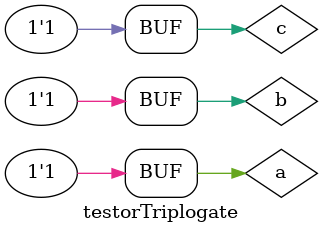
<source format=v>


module orgate (s, p, q );
 output s;
 input  p, q;

 assign s = p | q ;

endmodule // orgate

// ---------------------
// -- orTriplo gate
// ---------------------

module orTriplogate(s , p , q , t);
 input   p, q , t;
 wire tmp;
 output  s;
          // instancia
 orgate OR1 (tmp, p, q  );
 orgate OR2 (s , tmp , t  );
 
 endmodule // orTriplo
 

// ---------------------
// -- test or gate
// ---------------------

module testorTriplogate;
 reg   a, b , c;
 wire  s ;
          // instancia
 orTriplogate OR3 (s, a , b , c  );
 
//-----------parte principal

 initial begin:start 
a=0; b=0; c=0;
end 


 initial begin:main 
      $display("Exercicio10 -  Milton teles da silva - 002751");
      $display("Test OR gate");
      $display("\na | b | c  = s\n");
  
 $monitor("%b %b %b = %b" ,  a , b , c , s);     
      #1 a=0; b=0; c=1;
      #1 a=0; b=1; c=0;
      #1 a=0; b=1; c=1;
		#1 a=1; b=0; c=0;
		#1 a=1; b=0; c=1;
		#1 a=1; b=1; c=0;
		#1 a=1; b=1; c=1;

 end
endmodule // testnandgate

</source>
